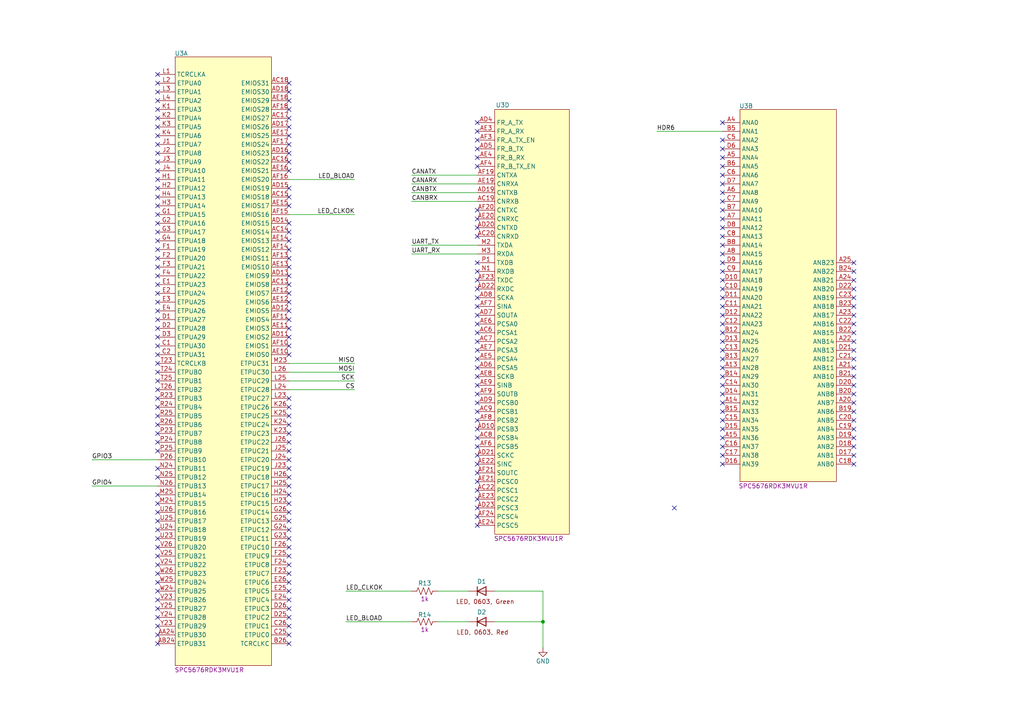
<source format=kicad_sch>
(kicad_sch (version 20231120) (generator "eeschema") (generator_version "8.0")
  (paper "A4")
  (lib_symbols
    (symbol "0603_Yageo_Res:RES_1k_0603" (pin_numbers hide)
      (property "Reference" "R" (at -20.32 5.08 0))
      (property "Display Value" "1k" (at 15.24 5.08 0))
      (symbol "RES_1k_0603_0_1"
        (polyline (pts (xy -2.286 0) (xy -2.54 0)))
        (polyline (pts (xy 2.286 0) (xy 2.54 0)))
        (polyline (pts (xy -2.286 0) (xy -1.905 1.016) (xy -1.524 0) (xy -1.143 -1.016) (xy -0.762 0)))
        (polyline (pts (xy -0.762 0) (xy -0.381 1.016) (xy 0 0) (xy 0.381 -1.016) (xy 0.762 0)))
        (polyline (pts (xy 0.762 0) (xy 1.143 1.016) (xy 1.524 0) (xy 1.905 -1.016) (xy 2.286 0)))
      )
      (symbol "RES_1k_0603_1_1"
        (pin passive line (at -3.81 0 0) (length 1.27) (name "~") (number "1"))
        (pin passive line (at 3.81 0 180) (length 1.27) (name "~") (number "2"))
      )
    )
    (symbol "power:GND" (power) (pin_numbers hide) (pin_names (offset 0) hide)
      (property "Value" "GND" (at 0 -3.81 0))
      (symbol "GND_0_1"
        (polyline (pts (xy 0 0) (xy 0 -1.27) (xy 1.27 -1.27) (xy 0 -2.54) (xy -1.27 -1.27) (xy 0 -1.27)))
      )
      (symbol "GND_1_1"
        (pin power_in line (at 0 0 270) (length 0) (name "~") (number "1"))
      )
    )
    (symbol "tutorial_2_library:APT1608SRCPRV_Green" (pin_numbers hide)
      (property "Reference" "D" (at 0 2.794 0))
      (symbol "APT1608SRCPRV_Green_0_1"
        (polyline (pts (xy -5.842 -2.286) (xy -5.842 -2.286)))
        (polyline (pts (xy -1.27 1.27) (xy -1.27 -1.27)) (stroke (width 0.254)))
        (polyline (pts (xy 1.27 0) (xy -1.27 0)))
        (polyline (pts (xy 1.27 1.27) (xy 1.27 -1.27) (xy -1.27 0) (xy 1.27 1.27)) (stroke (width 0.254)))
      )
      (symbol "APT1608SRCPRV_Green_1_1"
        (text "LED, 0603, Green\n" (at 1.016 -3.048 0) (effects (font (size 1.27 1.27))))
        (pin passive line (at -3.81 0 0) (length 2.54) (name "") (number "1"))
        (pin passive line (at 3.81 0 180) (length 2.54) (name "") (number "2"))
      )
    )
    (symbol "tutorial_2_library:APT1608SRCPRV_Red" (pin_numbers hide)
      (property "Reference" "D" (at 0 2.794 0))
      (symbol "APT1608SRCPRV_Red_0_1"
        (polyline (pts (xy -6.604 -2.286) (xy -6.604 -2.286)))
        (polyline (pts (xy -1.27 1.27) (xy -1.27 -1.27)) (stroke (width 0.254)))
        (polyline (pts (xy 1.27 0) (xy -1.27 0)))
        (polyline (pts (xy 1.27 1.27) (xy 1.27 -1.27) (xy -1.27 0) (xy 1.27 1.27)) (stroke (width 0.254)))
      )
      (symbol "APT1608SRCPRV_Red_1_1"
        (text "LED, 0603, Red" (at 0.254 -3.048 0) (effects (font (size 1.27 1.27))))
        (pin passive line (at -3.81 0 0) (length 2.54) (name "") (number "1"))
        (pin passive line (at 3.81 0 180) (length 2.54) (name "") (number "2"))
      )
    )
    (symbol "tutorial_2_library:SPC5676RDK3MVU1R"
      (property "Reference" "U" (at -350.52 10.16 0))
      (property "Display Value" "SPC5676RDK3MVU1R" (at -314.96 10.16 0))
      (symbol "SPC5676RDK3MVU1R_1_1"
        (rectangle (start -13.97 5.08) (end 13.97 -171.45) (fill (type background)))
        (pin unspecified line (at -19.05 -162.56 0) (length 5.08) (name "ETPUB30") (number "AA24"))
        (pin unspecified line (at -19.05 -165.1 0) (length 5.08) (name "ETPUB31") (number "AB24"))
        (pin unspecified line (at 19.05 -60.96 180) (length 5.08) (name "EMIOS8") (number "AC13"))
        (pin unspecified line (at 19.05 -45.72 180) (length 5.08) (name "EMIOS14") (number "AC14"))
        (pin unspecified line (at 19.05 -35.56 180) (length 5.08) (name "EMIOS18") (number "AC15"))
        (pin unspecified line (at 19.05 -25.4 180) (length 5.08) (name "EMIOS22") (number "AC16"))
        (pin unspecified line (at 19.05 -12.7 180) (length 5.08) (name "EMIOS27") (number "AC17"))
        (pin unspecified line (at 19.05 -2.54 180) (length 5.08) (name "EMIOS31") (number "AC18"))
        (pin unspecified line (at 19.05 -76.2 180) (length 5.08) (name "EMIOS2") (number "AD11"))
        (pin unspecified line (at 19.05 -68.58 180) (length 5.08) (name "EMIOS5") (number "AD12"))
        (pin unspecified line (at 19.05 -58.42 180) (length 5.08) (name "EMIOS9") (number "AD13"))
        (pin unspecified line (at 19.05 -43.18 180) (length 5.08) (name "EMIOS15") (number "AD14"))
        (pin unspecified line (at 19.05 -33.02 180) (length 5.08) (name "EMIOS19") (number "AD15"))
        (pin unspecified line (at 19.05 -22.86 180) (length 5.08) (name "EMIOS23") (number "AD16"))
        (pin unspecified line (at 19.05 -15.24 180) (length 5.08) (name "EMIOS26") (number "AD17"))
        (pin unspecified line (at 19.05 -5.08 180) (length 5.08) (name "EMIOS30") (number "AD18"))
        (pin unspecified line (at 19.05 -81.28 180) (length 5.08) (name "EMIOS0") (number "AE10"))
        (pin unspecified line (at 19.05 -73.66 180) (length 5.08) (name "EMIOS3") (number "AE11"))
        (pin unspecified line (at 19.05 -66.04 180) (length 5.08) (name "EMIOS6") (number "AE12"))
        (pin unspecified line (at 19.05 -55.88 180) (length 5.08) (name "EMIOS10") (number "AE13"))
        (pin unspecified line (at 19.05 -48.26 180) (length 5.08) (name "EMIOS13") (number "AE14"))
        (pin unspecified line (at 19.05 -38.1 180) (length 5.08) (name "EMIOS17") (number "AE15"))
        (pin unspecified line (at 19.05 -27.94 180) (length 5.08) (name "EMIOS21") (number "AE16"))
        (pin unspecified line (at 19.05 -17.78 180) (length 5.08) (name "EMIOS25") (number "AE17"))
        (pin unspecified line (at 19.05 -7.62 180) (length 5.08) (name "EMIOS29") (number "AE18"))
        (pin unspecified line (at 19.05 -78.74 180) (length 5.08) (name "EMIOS1") (number "AF10"))
        (pin unspecified line (at 19.05 -71.12 180) (length 5.08) (name "EMIOS4") (number "AF11"))
        (pin unspecified line (at 19.05 -63.5 180) (length 5.08) (name "EMIOS7") (number "AF12"))
        (pin unspecified line (at 19.05 -53.34 180) (length 5.08) (name "EMIOS11") (number "AF13"))
        (pin unspecified line (at 19.05 -50.8 180) (length 5.08) (name "EMIOS12") (number "AF14"))
        (pin unspecified line (at 19.05 -40.64 180) (length 5.08) (name "EMIOS16") (number "AF15"))
        (pin unspecified line (at 19.05 -30.48 180) (length 5.08) (name "EMIOS20") (number "AF16"))
        (pin unspecified line (at 19.05 -20.32 180) (length 5.08) (name "EMIOS24") (number "AF17"))
        (pin unspecified line (at 19.05 -10.16 180) (length 5.08) (name "EMIOS28") (number "AF18"))
        (pin unspecified line (at 19.05 -165.1 180) (length 5.08) (name "TCRCLKC") (number "B26"))
        (pin unspecified line (at -19.05 -78.74 0) (length 5.08) (name "ETPUA30") (number "C1"))
        (pin unspecified line (at -19.05 -81.28 0) (length 5.08) (name "ETPUA31") (number "C2"))
        (pin unspecified line (at 19.05 -162.56 180) (length 5.08) (name "ETPUC0") (number "C25"))
        (pin unspecified line (at 19.05 -160.02 180) (length 5.08) (name "ETPUC1") (number "C26"))
        (pin unspecified line (at -19.05 -71.12 0) (length 5.08) (name "ETPUA27") (number "D1"))
        (pin unspecified line (at -19.05 -73.66 0) (length 5.08) (name "ETPUA28") (number "D2"))
        (pin unspecified line (at 19.05 -157.48 180) (length 5.08) (name "ETPUC2") (number "D25"))
        (pin unspecified line (at 19.05 -154.94 180) (length 5.08) (name "ETPUC3") (number "D26"))
        (pin unspecified line (at -19.05 -76.2 0) (length 5.08) (name "ETPUA29") (number "D3"))
        (pin unspecified line (at -19.05 -60.96 0) (length 5.08) (name "ETPUA23") (number "E1"))
        (pin unspecified line (at -19.05 -63.5 0) (length 5.08) (name "ETPUA24") (number "E2"))
        (pin unspecified line (at 19.05 -152.4 180) (length 5.08) (name "ETPUC4") (number "E24"))
        (pin unspecified line (at 19.05 -149.86 180) (length 5.08) (name "ETPUC5") (number "E25"))
        (pin unspecified line (at 19.05 -147.32 180) (length 5.08) (name "ETPUC6") (number "E26"))
        (pin unspecified line (at -19.05 -66.04 0) (length 5.08) (name "ETPUA25") (number "E3"))
        (pin unspecified line (at -19.05 -68.58 0) (length 5.08) (name "ETPUA26") (number "E4"))
        (pin unspecified line (at -19.05 -50.8 0) (length 5.08) (name "ETPUA19") (number "F1"))
        (pin unspecified line (at -19.05 -53.34 0) (length 5.08) (name "ETPUA20") (number "F2"))
        (pin unspecified line (at 19.05 -144.78 180) (length 5.08) (name "ETPUC7") (number "F23"))
        (pin unspecified line (at 19.05 -142.24 180) (length 5.08) (name "ETPUC8") (number "F24"))
        (pin unspecified line (at 19.05 -139.7 180) (length 5.08) (name "ETPUC9") (number "F25"))
        (pin unspecified line (at 19.05 -137.16 180) (length 5.08) (name "ETPUC10") (number "F26"))
        (pin unspecified line (at -19.05 -55.88 0) (length 5.08) (name "ETPUA21") (number "F3"))
        (pin unspecified line (at -19.05 -58.42 0) (length 5.08) (name "ETPUA22") (number "F4"))
        (pin unspecified line (at -19.05 -40.64 0) (length 5.08) (name "ETPUA15") (number "G1"))
        (pin unspecified line (at -19.05 -43.18 0) (length 5.08) (name "ETPUA16") (number "G2"))
        (pin unspecified line (at 19.05 -134.62 180) (length 5.08) (name "ETPUC11") (number "G23"))
        (pin unspecified line (at 19.05 -132.08 180) (length 5.08) (name "ETPUC12") (number "G24"))
        (pin unspecified line (at 19.05 -129.54 180) (length 5.08) (name "ETPUC13") (number "G25"))
        (pin unspecified line (at 19.05 -127 180) (length 5.08) (name "ETPUC14") (number "G26"))
        (pin unspecified line (at -19.05 -45.72 0) (length 5.08) (name "ETPUA17") (number "G3"))
        (pin unspecified line (at -19.05 -48.26 0) (length 5.08) (name "ETPUA18") (number "G4"))
        (pin unspecified line (at -19.05 -30.48 0) (length 5.08) (name "ETPUA11") (number "H1"))
        (pin unspecified line (at -19.05 -33.02 0) (length 5.08) (name "ETPUA12") (number "H2"))
        (pin unspecified line (at 19.05 -124.46 180) (length 5.08) (name "ETPUC15") (number "H23"))
        (pin unspecified line (at 19.05 -121.92 180) (length 5.08) (name "ETPUC16") (number "H24"))
        (pin unspecified line (at 19.05 -119.38 180) (length 5.08) (name "ETPUC17") (number "H25"))
        (pin unspecified line (at 19.05 -116.84 180) (length 5.08) (name "ETPUC18") (number "H26"))
        (pin unspecified line (at -19.05 -38.1 0) (length 5.08) (name "ETPUA14") (number "H3"))
        (pin unspecified line (at -19.05 -35.56 0) (length 5.08) (name "ETPUA13") (number "H4"))
        (pin unspecified line (at -19.05 -20.32 0) (length 5.08) (name "ETPUA7") (number "J1"))
        (pin unspecified line (at -19.05 -22.86 0) (length 5.08) (name "ETPUA8") (number "J2"))
        (pin unspecified line (at 19.05 -114.3 180) (length 5.08) (name "ETPUC19") (number "J23"))
        (pin unspecified line (at 19.05 -111.76 180) (length 5.08) (name "ETPUC20") (number "J24"))
        (pin unspecified line (at 19.05 -109.22 180) (length 5.08) (name "ETPUC21") (number "J25"))
        (pin unspecified line (at 19.05 -106.68 180) (length 5.08) (name "ETPUC22") (number "J26"))
        (pin unspecified line (at -19.05 -25.4 0) (length 5.08) (name "ETPUA9") (number "J3"))
        (pin unspecified line (at -19.05 -27.94 0) (length 5.08) (name "ETPUA10") (number "J4"))
        (pin unspecified line (at -19.05 -10.16 0) (length 5.08) (name "ETPUA3") (number "K1"))
        (pin unspecified line (at -19.05 -12.7 0) (length 5.08) (name "ETPUA4") (number "K2"))
        (pin unspecified line (at 19.05 -104.14 180) (length 5.08) (name "ETPUC23") (number "K23"))
        (pin unspecified line (at 19.05 -101.6 180) (length 5.08) (name "ETPUC24") (number "K24"))
        (pin unspecified line (at 19.05 -99.06 180) (length 5.08) (name "ETPUC25") (number "K25"))
        (pin unspecified line (at 19.05 -96.52 180) (length 5.08) (name "ETPUC26") (number "K26"))
        (pin unspecified line (at -19.05 -15.24 0) (length 5.08) (name "ETPUA5") (number "K3"))
        (pin unspecified line (at -19.05 -17.78 0) (length 5.08) (name "ETPUA6") (number "K4"))
        (pin unspecified line (at -19.05 0 0) (length 5.08) (name "TCRCLKA") (number "L1"))
        (pin unspecified line (at -19.05 -2.54 0) (length 5.08) (name "ETPUA0") (number "L2"))
        (pin unspecified line (at 19.05 -93.98 180) (length 5.08) (name "ETPUC27") (number "L23"))
        (pin unspecified line (at 19.05 -91.44 180) (length 5.08) (name "ETPUC28") (number "L24"))
        (pin unspecified line (at 19.05 -88.9 180) (length 5.08) (name "ETPUC29") (number "L25"))
        (pin unspecified line (at 19.05 -86.36 180) (length 5.08) (name "ETPUC30") (number "L26"))
        (pin unspecified line (at -19.05 -5.08 0) (length 5.08) (name "ETPUA1") (number "L3"))
        (pin unspecified line (at -19.05 -7.62 0) (length 5.08) (name "ETPUA2") (number "L4"))
        (pin unspecified line (at 19.05 -83.82 180) (length 5.08) (name "ETPUC31") (number "M23"))
        (pin unspecified line (at -19.05 -124.46 0) (length 5.08) (name "ETPUB15") (number "M24"))
        (pin unspecified line (at -19.05 -121.92 0) (length 5.08) (name "ETPUB14") (number "M25"))
        (pin unspecified line (at -19.05 -114.3 0) (length 5.08) (name "ETPUB11") (number "N24"))
        (pin unspecified line (at -19.05 -116.84 0) (length 5.08) (name "ETPUB12") (number "N25"))
        (pin unspecified line (at -19.05 -119.38 0) (length 5.08) (name "ETPUB13") (number "N26"))
        (pin unspecified line (at -19.05 -104.14 0) (length 5.08) (name "ETPUB7") (number "P23"))
        (pin unspecified line (at -19.05 -106.68 0) (length 5.08) (name "ETPUB8") (number "P24"))
        (pin unspecified line (at -19.05 -109.22 0) (length 5.08) (name "ETPUB9") (number "P25"))
        (pin unspecified line (at -19.05 -111.76 0) (length 5.08) (name "ETPUB10") (number "P26"))
        (pin unspecified line (at -19.05 -93.98 0) (length 5.08) (name "ETPUB3") (number "R23"))
        (pin unspecified line (at -19.05 -96.52 0) (length 5.08) (name "ETPUB4") (number "R24"))
        (pin unspecified line (at -19.05 -99.06 0) (length 5.08) (name "ETPUB5") (number "R25"))
        (pin unspecified line (at -19.05 -101.6 0) (length 5.08) (name "ETPUB6") (number "R26"))
        (pin unspecified line (at -19.05 -83.82 0) (length 5.08) (name "TCRCLKB") (number "T23"))
        (pin unspecified line (at -19.05 -86.36 0) (length 5.08) (name "ETPUB0") (number "T24"))
        (pin unspecified line (at -19.05 -88.9 0) (length 5.08) (name "ETPUB1") (number "T25"))
        (pin unspecified line (at -19.05 -91.44 0) (length 5.08) (name "ETPUB2") (number "T26"))
        (pin unspecified line (at -19.05 -134.62 0) (length 5.08) (name "ETPUB19") (number "U23"))
        (pin unspecified line (at -19.05 -132.08 0) (length 5.08) (name "ETPUB18") (number "U24"))
        (pin unspecified line (at -19.05 -129.54 0) (length 5.08) (name "ETPUB17") (number "U25"))
        (pin unspecified line (at -19.05 -127 0) (length 5.08) (name "ETPUB16") (number "U26"))
        (pin unspecified line (at -19.05 -152.4 0) (length 5.08) (name "ETPUB26") (number "V23"))
        (pin unspecified line (at -19.05 -142.24 0) (length 5.08) (name "ETPUB22") (number "V24"))
        (pin unspecified line (at -19.05 -139.7 0) (length 5.08) (name "ETPUB21") (number "V25"))
        (pin unspecified line (at -19.05 -137.16 0) (length 5.08) (name "ETPUB20") (number "V26"))
        (pin unspecified line (at -19.05 -149.86 0) (length 5.08) (name "ETPUB25") (number "W24"))
        (pin unspecified line (at -19.05 -147.32 0) (length 5.08) (name "ETPUB24") (number "W25"))
        (pin unspecified line (at -19.05 -144.78 0) (length 5.08) (name "ETPUB23") (number "W26"))
        (pin unspecified line (at -19.05 -160.02 0) (length 5.08) (name "ETPUB29") (number "Y23"))
        (pin unspecified line (at -19.05 -157.48 0) (length 5.08) (name "ETPUB28") (number "Y24"))
        (pin unspecified line (at -19.05 -154.94 0) (length 5.08) (name "ETPUB27") (number "Y25"))
      )
      (symbol "SPC5676RDK3MVU1R_2_1"
        (rectangle (start -13.97 3.81) (end 13.97 -104.14) (fill (type background)))
        (pin unspecified line (at -19.05 -71.12 0) (length 5.08) (name "AN28") (number "A13"))
        (pin unspecified line (at -19.05 -81.28 0) (length 5.08) (name "AN32") (number "A14"))
        (pin unspecified line (at -19.05 -91.44 0) (length 5.08) (name "AN36") (number "A15"))
        (pin unspecified line (at 19.05 -81.28 180) (length 5.08) (name "ANB7") (number "A20"))
        (pin unspecified line (at 19.05 -71.12 180) (length 5.08) (name "ANB11") (number "A21"))
        (pin unspecified line (at 19.05 -63.5 180) (length 5.08) (name "ANB14") (number "A22"))
        (pin unspecified line (at 19.05 -55.88 180) (length 5.08) (name "ANB17") (number "A23"))
        (pin unspecified line (at 19.05 -45.72 180) (length 5.08) (name "ANB21") (number "A24"))
        (pin unspecified line (at 19.05 -40.64 180) (length 5.08) (name "ANB23") (number "A25"))
        (pin unspecified line (at -19.05 0 0) (length 5.08) (name "ANA0") (number "A4"))
        (pin unspecified line (at -19.05 -10.16 0) (length 5.08) (name "ANA4") (number "A5"))
        (pin unspecified line (at -19.05 -20.32 0) (length 5.08) (name "ANA8") (number "A6"))
        (pin unspecified line (at -19.05 -27.94 0) (length 5.08) (name "ANA11") (number "A7"))
        (pin unspecified line (at -19.05 -38.1 0) (length 5.08) (name "ANA15") (number "A8"))
        (pin unspecified line (at -19.05 -60.96 0) (length 5.08) (name "AN24") (number "B12"))
        (pin unspecified line (at -19.05 -68.58 0) (length 5.08) (name "AN27") (number "B13"))
        (pin unspecified line (at -19.05 -73.66 0) (length 5.08) (name "AN29") (number "B14"))
        (pin unspecified line (at -19.05 -83.82 0) (length 5.08) (name "AN33") (number "B15"))
        (pin unspecified line (at 19.05 -83.82 180) (length 5.08) (name "ANB6") (number "B19"))
        (pin unspecified line (at 19.05 -78.74 180) (length 5.08) (name "ANB8") (number "B20"))
        (pin unspecified line (at 19.05 -73.66 180) (length 5.08) (name "ANB10") (number "B21"))
        (pin unspecified line (at 19.05 -60.96 180) (length 5.08) (name "ANB15") (number "B22"))
        (pin unspecified line (at 19.05 -53.34 180) (length 5.08) (name "ANB18") (number "B23"))
        (pin unspecified line (at 19.05 -43.18 180) (length 5.08) (name "ANB22") (number "B24"))
        (pin unspecified line (at -19.05 -2.54 0) (length 5.08) (name "ANA1") (number "B5"))
        (pin unspecified line (at -19.05 -12.7 0) (length 5.08) (name "ANA5") (number "B6"))
        (pin unspecified line (at -19.05 -25.4 0) (length 5.08) (name "ANA10") (number "B7"))
        (pin unspecified line (at -19.05 -35.56 0) (length 5.08) (name "ANA14") (number "B8"))
        (pin unspecified line (at -19.05 -48.26 0) (length 5.08) (name "ANA19") (number "C10"))
        (pin unspecified line (at -19.05 -53.34 0) (length 5.08) (name "ANA21") (number "C11"))
        (pin unspecified line (at -19.05 -58.42 0) (length 5.08) (name "ANA23") (number "C12"))
        (pin unspecified line (at -19.05 -66.04 0) (length 5.08) (name "AN26") (number "C13"))
        (pin unspecified line (at -19.05 -76.2 0) (length 5.08) (name "AN30") (number "C14"))
        (pin unspecified line (at -19.05 -86.36 0) (length 5.08) (name "AN34") (number "C15"))
        (pin unspecified line (at -19.05 -93.98 0) (length 5.08) (name "AN37") (number "C16"))
        (pin unspecified line (at -19.05 -96.52 0) (length 5.08) (name "AN38") (number "C17"))
        (pin unspecified line (at 19.05 -99.06 180) (length 5.08) (name "ANB0") (number "C18"))
        (pin unspecified line (at 19.05 -88.9 180) (length 5.08) (name "ANB4") (number "C19"))
        (pin unspecified line (at 19.05 -86.36 180) (length 5.08) (name "ANB5") (number "C20"))
        (pin unspecified line (at 19.05 -68.58 180) (length 5.08) (name "ANB12") (number "C21"))
        (pin unspecified line (at 19.05 -58.42 180) (length 5.08) (name "ANB16") (number "C22"))
        (pin unspecified line (at 19.05 -50.8 180) (length 5.08) (name "ANB19") (number "C23"))
        (pin unspecified line (at -19.05 -5.08 0) (length 5.08) (name "ANA2") (number "C5"))
        (pin unspecified line (at -19.05 -15.24 0) (length 5.08) (name "ANA6") (number "C6"))
        (pin unspecified line (at -19.05 -22.86 0) (length 5.08) (name "ANA9") (number "C7"))
        (pin unspecified line (at -19.05 -33.02 0) (length 5.08) (name "ANA13") (number "C8"))
        (pin unspecified line (at -19.05 -43.18 0) (length 5.08) (name "ANA17") (number "C9"))
        (pin unspecified line (at -19.05 -45.72 0) (length 5.08) (name "ANA18") (number "D10"))
        (pin unspecified line (at -19.05 -50.8 0) (length 5.08) (name "ANA20") (number "D11"))
        (pin unspecified line (at -19.05 -55.88 0) (length 5.08) (name "ANA22") (number "D12"))
        (pin unspecified line (at -19.05 -63.5 0) (length 5.08) (name "AN25") (number "D13"))
        (pin unspecified line (at -19.05 -78.74 0) (length 5.08) (name "AN31") (number "D14"))
        (pin unspecified line (at -19.05 -88.9 0) (length 5.08) (name "AN35") (number "D15"))
        (pin unspecified line (at -19.05 -99.06 0) (length 5.08) (name "AN39") (number "D16"))
        (pin unspecified line (at 19.05 -96.52 180) (length 5.08) (name "ANB1") (number "D17"))
        (pin unspecified line (at 19.05 -93.98 180) (length 5.08) (name "ANB2") (number "D18"))
        (pin unspecified line (at 19.05 -91.44 180) (length 5.08) (name "ANB3") (number "D19"))
        (pin unspecified line (at 19.05 -76.2 180) (length 5.08) (name "ANB9") (number "D20"))
        (pin unspecified line (at 19.05 -66.04 180) (length 5.08) (name "ANB13") (number "D21"))
        (pin unspecified line (at 19.05 -48.26 180) (length 5.08) (name "ANB20") (number "D22"))
        (pin unspecified line (at -19.05 -7.62 0) (length 5.08) (name "ANA3") (number "D6"))
        (pin unspecified line (at -19.05 -17.78 0) (length 5.08) (name "ANA7") (number "D7"))
        (pin unspecified line (at -19.05 -30.48 0) (length 5.08) (name "ANA12") (number "D8"))
        (pin unspecified line (at -19.05 -40.64 0) (length 5.08) (name "ANA16") (number "D9"))
      )
      (symbol "SPC5676RDK3MVU1R_3_1"
        (rectangle (start -13.97 5.08) (end 13.97 -43.18) (fill (type background)))
        (pin unspecified line (at 19.05 -33.02 180) (length 5.08) (name "REF-BYPCA1") (number "A10"))
        (pin unspecified line (at -19.05 -2.54 0) (length 5.08) (name "VRL_A") (number "A11"))
        (pin unspecified line (at -19.05 0 0) (length 5.08) (name "VRH_A") (number "A12"))
        (pin unspecified line (at 19.05 -15.24 180) (length 5.08) (name "VDDA_B0") (number "A16"))
        (pin unspecified line (at 19.05 -35.56 180) (length 5.08) (name "REF-BYPCB1") (number "A17"))
        (pin unspecified line (at -19.05 -7.62 0) (length 5.08) (name "VRL_B") (number "A18"))
        (pin unspecified line (at -19.05 -5.08 0) (length 5.08) (name "VRH_B") (number "A19"))
        (pin unspecified line (at 19.05 -7.62 180) (length 5.08) (name "VDDA_A0") (number "A9"))
        (pin unspecified line (at -19.05 -25.4 0) (length 5.08) (name "VDDREG") (number "AA25"))
        (pin unspecified line (at -19.05 -33.02 0) (length 5.08) (name "VSSSYN") (number "AA26"))
        (pin unspecified line (at -19.05 -38.1 0) (length 5.08) (name "VSSFL") (number "AB25"))
        (pin unspecified line (at -19.05 -30.48 0) (length 5.08) (name "VDDSYN") (number "AD26"))
        (pin unspecified line (at 19.05 -25.4 180) (length 5.08) (name "VSSA_A1") (number "B10"))
        (pin unspecified line (at 19.05 -30.48 180) (length 5.08) (name "REF-BYPCA") (number "B11"))
        (pin unspecified line (at 19.05 -17.78 180) (length 5.08) (name "VDDA_B1") (number "B16"))
        (pin unspecified line (at 19.05 -22.86 180) (length 5.08) (name "VSSA_B0") (number "B17"))
        (pin unspecified line (at 19.05 -38.1 180) (length 5.08) (name "REF-BYPCB") (number "B18"))
        (pin unspecified line (at 19.05 -10.16 180) (length 5.08) (name "VDDA_A1") (number "B9"))
        (pin unspecified line (at -19.05 -12.7 0) (length 5.08) (name "VSTBY") (number "M4"))
        (pin unspecified line (at -19.05 -17.78 0) (length 5.08) (name "REGSEL") (number "W23"))
        (pin unspecified line (at -19.05 -20.32 0) (length 5.08) (name "REGCTL") (number "Y26"))
      )
      (symbol "SPC5676RDK3MVU1R_4_1"
        (rectangle (start 0 3.81) (end 21.59 -119.38) (fill (type background)))
        (pin unspecified line (at -5.08 -22.86 0) (length 5.08) (name "CNRXB") (number "AC19"))
        (pin unspecified line (at -5.08 -33.02 0) (length 5.08) (name "CNRXD") (number "AC20"))
        (pin unspecified line (at -5.08 -106.68 0) (length 5.08) (name "PCSC1") (number "AC22"))
        (pin unspecified line (at -5.08 -60.96 0) (length 5.08) (name "PCSA1") (number "AC6"))
        (pin unspecified line (at -5.08 -63.5 0) (length 5.08) (name "PCSA2") (number "AC7"))
        (pin unspecified line (at -5.08 -91.44 0) (length 5.08) (name "PCSB4") (number "AC8"))
        (pin unspecified line (at -5.08 -83.82 0) (length 5.08) (name "PCSB1") (number "AC9"))
        (pin unspecified line (at -5.08 -88.9 0) (length 5.08) (name "PCSB3") (number "AD10"))
        (pin unspecified line (at -5.08 -20.32 0) (length 5.08) (name "CNTXB") (number "AD19"))
        (pin unspecified line (at -5.08 -30.48 0) (length 5.08) (name "CNTXD") (number "AD20"))
        (pin unspecified line (at -5.08 -96.52 0) (length 5.08) (name "SCKC") (number "AD21"))
        (pin unspecified line (at -5.08 -48.26 0) (length 5.08) (name "RXDC") (number "AD22"))
        (pin unspecified line (at -5.08 -111.76 0) (length 5.08) (name "PCSC3") (number "AD23"))
        (pin unspecified line (at -5.08 0 0) (length 5.08) (name "FR_A_TX") (number "AD4"))
        (pin unspecified line (at -5.08 -7.62 0) (length 5.08) (name "FR_B_TX") (number "AD5"))
        (pin unspecified line (at -5.08 -71.12 0) (length 5.08) (name "PCSA5") (number "AD6"))
        (pin unspecified line (at -5.08 -55.88 0) (length 5.08) (name "SOUTA") (number "AD7"))
        (pin unspecified line (at -5.08 -50.8 0) (length 5.08) (name "SCKA") (number "AD8"))
        (pin unspecified line (at -5.08 -81.28 0) (length 5.08) (name "PCSB0") (number "AD9"))
        (pin unspecified line (at -5.08 -17.78 0) (length 5.08) (name "CNRXA") (number "AE19"))
        (pin unspecified line (at -5.08 -27.94 0) (length 5.08) (name "CNRXC") (number "AE20"))
        (pin unspecified line (at -5.08 -104.14 0) (length 5.08) (name "PCSC0") (number "AE21"))
        (pin unspecified line (at -5.08 -99.06 0) (length 5.08) (name "SINC") (number "AE22"))
        (pin unspecified line (at -5.08 -109.22 0) (length 5.08) (name "PCSC2") (number "AE23"))
        (pin unspecified line (at -5.08 -116.84 0) (length 5.08) (name "PCSC5") (number "AE24"))
        (pin unspecified line (at -5.08 -2.54 0) (length 5.08) (name "FR_A_RX") (number "AE3"))
        (pin unspecified line (at -5.08 -10.16 0) (length 5.08) (name "FR_B_RX") (number "AE4"))
        (pin unspecified line (at -5.08 -68.58 0) (length 5.08) (name "PCSA4") (number "AE5"))
        (pin unspecified line (at -5.08 -58.42 0) (length 5.08) (name "PCSA0") (number "AE6"))
        (pin unspecified line (at -5.08 -66.04 0) (length 5.08) (name "PCSA3") (number "AE7"))
        (pin unspecified line (at -5.08 -73.66 0) (length 5.08) (name "SCKB") (number "AE8"))
        (pin unspecified line (at -5.08 -76.2 0) (length 5.08) (name "SINB") (number "AE9"))
        (pin unspecified line (at -5.08 -15.24 0) (length 5.08) (name "CNTXA") (number "AF19"))
        (pin unspecified line (at -5.08 -25.4 0) (length 5.08) (name "CNTXC") (number "AF20"))
        (pin unspecified line (at -5.08 -101.6 0) (length 5.08) (name "SOUTC") (number "AF21"))
        (pin unspecified line (at -5.08 -45.72 0) (length 5.08) (name "TXDC") (number "AF23"))
        (pin unspecified line (at -5.08 -114.3 0) (length 5.08) (name "PCSC4") (number "AF24"))
        (pin unspecified line (at -5.08 -5.08 0) (length 5.08) (name "FR_A_TX_EN") (number "AF3"))
        (pin unspecified line (at -5.08 -12.7 0) (length 5.08) (name "FR_B_TX_EN") (number "AF4"))
        (pin unspecified line (at -5.08 -93.98 0) (length 5.08) (name "PCSB5") (number "AF6"))
        (pin unspecified line (at -5.08 -53.34 0) (length 5.08) (name "SINA") (number "AF7"))
        (pin unspecified line (at -5.08 -86.36 0) (length 5.08) (name "PCSB2") (number "AF8"))
        (pin unspecified line (at -5.08 -78.74 0) (length 5.08) (name "SOUTB") (number "AF9"))
        (pin unspecified line (at -5.08 -35.56 0) (length 5.08) (name "TXDA") (number "M2"))
        (pin unspecified line (at -5.08 -38.1 0) (length 5.08) (name "RXDA") (number "M3"))
        (pin unspecified line (at -5.08 -43.18 0) (length 5.08) (name "RXDB") (number "N1"))
        (pin unspecified line (at -5.08 -40.64 0) (length 5.08) (name "TXDB") (number "P1"))
      )
      (symbol "SPC5676RDK3MVU1R_5_1"
        (rectangle (start 0 5.08) (end 24.13 -106.68) (fill (type background)))
        (pin unspecified line (at -5.08 -2.54 0) (length 5.08) (name "RSTOUT") (number "A3"))
        (pin unspecified line (at -5.08 -69.85 0) (length 5.08) (name "MDO12") (number "AA1"))
        (pin unspecified line (at -5.08 -72.39 0) (length 5.08) (name "MDO13") (number "AA2"))
        (pin unspecified line (at -5.08 -74.93 0) (length 5.08) (name "MDO14") (number "AA3"))
        (pin unspecified line (at -5.08 -92.71 0) (length 5.08) (name "TDO") (number "AB1"))
        (pin unspecified line (at -5.08 -87.63 0) (length 5.08) (name "TCK") (number "AB2"))
        (pin unspecified line (at -5.08 -22.86 0) (length 5.08) (name "EXTAL") (number "AB26"))
        (pin unspecified line (at -5.08 -95.25 0) (length 5.08) (name "TMS") (number "AB3"))
        (pin unspecified line (at -5.08 -90.17 0) (length 5.08) (name "TDI") (number "AC2"))
        (pin unspecified line (at -5.08 -20.32 0) (length 5.08) (name "XTAL") (number "AC26"))
        (pin unspecified line (at -5.08 -29.21 0) (length 5.08) (name "ENGCLK") (number "AD1"))
        (pin unspecified line (at -5.08 -100.33 0) (length 5.08) (name "TEST") (number "B4"))
        (pin unspecified line (at -5.08 -5.08 0) (length 5.08) (name "BOOT-CFG1") (number "N2"))
        (pin unspecified line (at -5.08 -10.16 0) (length 5.08) (name "WKPCFG") (number "N3"))
        (pin unspecified line (at -5.08 -15.24 0) (length 5.08) (name "PLLCFG1") (number "P2"))
        (pin unspecified line (at -5.08 -17.78 0) (length 5.08) (name "PLLCFG2") (number "P3"))
        (pin unspecified line (at -5.08 -97.79 0) (length 5.08) (name "JCOMP") (number "R1"))
        (pin unspecified line (at -5.08 0 0) (length 5.08) (name "RESET") (number "R2"))
        (pin unspecified line (at -5.08 -12.7 0) (length 5.08) (name "PLLCFG0") (number "R3"))
        (pin unspecified line (at -5.08 -85.09 0) (length 5.08) (name "RDY") (number "R4"))
        (pin unspecified line (at -5.08 -36.83 0) (length 5.08) (name "MCKO") (number "T2"))
        (pin unspecified line (at -5.08 -82.55 0) (length 5.08) (name "MSEO1") (number "T3"))
        (pin unspecified line (at -5.08 -31.75 0) (length 5.08) (name "EVTI") (number "T4"))
        (pin unspecified line (at -5.08 -34.29 0) (length 5.08) (name "EVTO") (number "U1"))
        (pin unspecified line (at -5.08 -80.01 0) (length 5.08) (name "MSEO0") (number "U2"))
        (pin unspecified line (at -5.08 -39.37 0) (length 5.08) (name "MDO0") (number "U3"))
        (pin unspecified line (at -5.08 -41.91 0) (length 5.08) (name "MDO1") (number "U4"))
        (pin unspecified line (at -5.08 -44.45 0) (length 5.08) (name "MDO2") (number "V1"))
        (pin unspecified line (at -5.08 -46.99 0) (length 5.08) (name "MDO3") (number "V2"))
        (pin unspecified line (at -5.08 -49.53 0) (length 5.08) (name "MDO4") (number "V3"))
        (pin unspecified line (at -5.08 -52.07 0) (length 5.08) (name "MDO5") (number "V4"))
        (pin unspecified line (at -5.08 -54.61 0) (length 5.08) (name "MDO6") (number "W1"))
        (pin unspecified line (at -5.08 -57.15 0) (length 5.08) (name "MDO7") (number "W2"))
        (pin unspecified line (at -5.08 -59.69 0) (length 5.08) (name "MDO8") (number "W3"))
        (pin unspecified line (at -5.08 -62.23 0) (length 5.08) (name "MDO9") (number "Y1"))
        (pin unspecified line (at -5.08 -64.77 0) (length 5.08) (name "MDO10") (number "Y2"))
        (pin unspecified line (at -5.08 -67.31 0) (length 5.08) (name "MDO11") (number "Y3"))
        (pin unspecified line (at -5.08 -77.47 0) (length 5.08) (name "MDO15") (number "Y4"))
      )
      (symbol "SPC5676RDK3MVU1R_6_1"
        (rectangle (start -13.97 5.08) (end 13.97 -157.48) (fill (type background)))
        (pin unspecified line (at -19.05 -132.08 0) (length 5.08) (name "VSS") (number "A1"))
        (pin unspecified line (at -19.05 0 0) (length 5.08) (name "VDD") (number "A2"))
        (pin unspecified line (at -19.05 -142.24 0) (length 5.08) (name "VSS") (number "A26"))
        (pin unspecified line (at -19.05 -44.45 0) (length 5.08) (name "VDD33_3") (number "AA23"))
        (pin unspecified line (at -19.05 -41.91 0) (length 5.08) (name "VDD33_2") (number "AA4"))
        (pin unspecified line (at -19.05 -10.16 0) (length 5.08) (name "VDD") (number "AB23"))
        (pin unspecified line (at -19.05 -22.86 0) (length 5.08) (name "VDD") (number "AB4"))
        (pin unspecified line (at -19.05 -60.96 0) (length 5.08) (name "VDDE2") (number "AC1"))
        (pin unspecified line (at -19.05 -100.33 0) (length 5.08) (name "VDDEH3") (number "AC10"))
        (pin unspecified line (at -19.05 -107.95 0) (length 5.08) (name "VDDEH4") (number "AC11"))
        (pin unspecified line (at -19.05 -20.32 0) (length 5.08) (name "VDD") (number "AC12"))
        (pin unspecified line (at -19.05 -113.03 0) (length 5.08) (name "VDDEH5") (number "AC21"))
        (pin unspecified line (at 19.05 -152.4 180) (length 5.08) (name "VSS") (number "AC23"))
        (pin unspecified line (at -19.05 -12.7 0) (length 5.08) (name "VDD") (number "AC24"))
        (pin unspecified line (at -19.05 -118.11 0) (length 5.08) (name "VDDEH6") (number "AC25"))
        (pin unspecified line (at -19.05 -25.4 0) (length 5.08) (name "VDD") (number "AC3"))
        (pin unspecified line (at 19.05 -134.62 180) (length 5.08) (name "VSS") (number "AC4"))
        (pin unspecified line (at -19.05 -55.88 0) (length 5.08) (name "VDDE2") (number "AC5"))
        (pin unspecified line (at -19.05 -27.94 0) (length 5.08) (name "VDD") (number "AD2"))
        (pin unspecified line (at 19.05 -149.86 180) (length 5.08) (name "VSS") (number "AD24"))
        (pin unspecified line (at -19.05 -15.24 0) (length 5.08) (name "VDD") (number "AD25"))
        (pin unspecified line (at 19.05 -137.16 180) (length 5.08) (name "VSS") (number "AD3"))
        (pin unspecified line (at -19.05 -30.48 0) (length 5.08) (name "VDD") (number "AE1"))
        (pin unspecified line (at 19.05 -139.7 180) (length 5.08) (name "VSS") (number "AE2"))
        (pin unspecified line (at 19.05 -147.32 180) (length 5.08) (name "VSS") (number "AE25"))
        (pin unspecified line (at -19.05 -17.78 0) (length 5.08) (name "VDD") (number "AE26"))
        (pin unspecified line (at 19.05 -142.24 180) (length 5.08) (name "VSS") (number "AF1"))
        (pin unspecified line (at -19.05 -58.42 0) (length 5.08) (name "VDDE2") (number "AF2"))
        (pin unspecified line (at -19.05 -105.41 0) (length 5.08) (name "VDDEH4") (number "AF22"))
        (pin unspecified line (at -19.05 -110.49 0) (length 5.08) (name "VDDEH5") (number "AF25"))
        (pin unspecified line (at 19.05 -144.78 180) (length 5.08) (name "VSS") (number "AF26"))
        (pin unspecified line (at -19.05 -102.87 0) (length 5.08) (name "VDDEH3") (number "AF5"))
        (pin unspecified line (at -19.05 -97.79 0) (length 5.08) (name "VDDEH1") (number "B1"))
        (pin unspecified line (at -19.05 -134.62 0) (length 5.08) (name "VSS") (number "B2"))
        (pin unspecified line (at -19.05 -144.78 0) (length 5.08) (name "VSS") (number "B25"))
        (pin unspecified line (at -19.05 -2.54 0) (length 5.08) (name "VDD") (number "B3"))
        (pin unspecified line (at -19.05 -147.32 0) (length 5.08) (name "VSS") (number "C24"))
        (pin unspecified line (at -19.05 -137.16 0) (length 5.08) (name "VSS") (number "C3"))
        (pin unspecified line (at -19.05 -5.08 0) (length 5.08) (name "VDD") (number "C4"))
        (pin unspecified line (at -19.05 -149.86 0) (length 5.08) (name "VSS") (number "D23"))
        (pin unspecified line (at -19.05 -120.65 0) (length 5.08) (name "VDDEH7") (number "D24"))
        (pin unspecified line (at -19.05 -139.7 0) (length 5.08) (name "VSS") (number "D4"))
        (pin unspecified line (at -19.05 -7.62 0) (length 5.08) (name "VDD") (number "D5"))
        (pin unspecified line (at -19.05 -123.19 0) (length 5.08) (name "VDDEH7") (number "E23"))
        (pin unspecified line (at 19.05 0 180) (length 5.08) (name "VSS") (number "K10"))
        (pin unspecified line (at 19.05 -2.54 180) (length 5.08) (name "VSS") (number "K11"))
        (pin unspecified line (at 19.05 -5.08 180) (length 5.08) (name "VSS") (number "K12"))
        (pin unspecified line (at 19.05 -7.62 180) (length 5.08) (name "VSS") (number "K13"))
        (pin unspecified line (at 19.05 -10.16 180) (length 5.08) (name "VSS") (number "K14"))
        (pin unspecified line (at 19.05 -12.7 180) (length 5.08) (name "VSS") (number "K15"))
        (pin unspecified line (at 19.05 -15.24 180) (length 5.08) (name "VSS") (number "K16"))
        (pin unspecified line (at 19.05 -17.78 180) (length 5.08) (name "VSS") (number "K17"))
        (pin unspecified line (at 19.05 -20.32 180) (length 5.08) (name "VSS") (number "L10"))
        (pin unspecified line (at 19.05 -22.86 180) (length 5.08) (name "VSS") (number "L11"))
        (pin unspecified line (at 19.05 -25.4 180) (length 5.08) (name "VSS") (number "L12"))
        (pin unspecified line (at 19.05 -27.94 180) (length 5.08) (name "VSS") (number "L13"))
        (pin unspecified line (at 19.05 -30.48 180) (length 5.08) (name "VSS") (number "L14"))
        (pin unspecified line (at 19.05 -33.02 180) (length 5.08) (name "VSS") (number "L15"))
        (pin unspecified line (at 19.05 -35.56 180) (length 5.08) (name "VSS") (number "L16"))
        (pin unspecified line (at 19.05 -38.1 180) (length 5.08) (name "VSS") (number "L17"))
        (pin unspecified line (at -19.05 -39.37 0) (length 5.08) (name "VDD33_1") (number "M1"))
        (pin unspecified line (at 19.05 -40.64 180) (length 5.08) (name "VSS") (number "M10"))
        (pin unspecified line (at 19.05 -43.18 180) (length 5.08) (name "VSS") (number "M11"))
        (pin unspecified line (at 19.05 -45.72 180) (length 5.08) (name "VSS") (number "M12"))
        (pin unspecified line (at 19.05 -48.26 180) (length 5.08) (name "VSS") (number "M13"))
        (pin unspecified line (at 19.05 -50.8 180) (length 5.08) (name "VSS") (number "M14"))
        (pin unspecified line (at 19.05 -53.34 180) (length 5.08) (name "VSS") (number "M15"))
        (pin unspecified line (at 19.05 -55.88 180) (length 5.08) (name "VSS") (number "M16"))
        (pin unspecified line (at 19.05 -58.42 180) (length 5.08) (name "VSS") (number "M17"))
        (pin unspecified line (at -19.05 -125.73 0) (length 5.08) (name "VDDEH7") (number "M26"))
        (pin unspecified line (at -19.05 -63.5 0) (length 5.08) (name "VDDE2") (number "N10"))
        (pin unspecified line (at 19.05 -60.96 180) (length 5.08) (name "VSS") (number "N11"))
        (pin unspecified line (at 19.05 -63.5 180) (length 5.08) (name "VSS") (number "N12"))
        (pin unspecified line (at 19.05 -66.04 180) (length 5.08) (name "VSS") (number "N13"))
        (pin unspecified line (at 19.05 -68.58 180) (length 5.08) (name "VSS") (number "N14"))
        (pin unspecified line (at 19.05 -71.12 180) (length 5.08) (name "VSS") (number "N15"))
        (pin unspecified line (at 19.05 -73.66 180) (length 5.08) (name "VSS") (number "N16"))
        (pin unspecified line (at 19.05 -76.2 180) (length 5.08) (name "VSS") (number "N17"))
        (pin unspecified line (at -19.05 -115.57 0) (length 5.08) (name "VDDEH6") (number "N23"))
        (pin unspecified line (at -19.05 -33.02 0) (length 5.08) (name "VDD") (number "N4"))
        (pin unspecified line (at -19.05 -66.04 0) (length 5.08) (name "VDDE2") (number "P10"))
        (pin unspecified line (at -19.05 -68.58 0) (length 5.08) (name "VDDE2") (number "P11"))
        (pin unspecified line (at 19.05 -78.74 180) (length 5.08) (name "VSS") (number "P12"))
        (pin unspecified line (at 19.05 -81.28 180) (length 5.08) (name "VSS") (number "P13"))
        (pin unspecified line (at 19.05 -83.82 180) (length 5.08) (name "VSS") (number "P14"))
        (pin unspecified line (at 19.05 -86.36 180) (length 5.08) (name "VSS") (number "P15"))
        (pin unspecified line (at 19.05 -88.9 180) (length 5.08) (name "VSS") (number "P16"))
        (pin unspecified line (at 19.05 -91.44 180) (length 5.08) (name "VSS") (number "P17"))
        (pin unspecified line (at -19.05 -95.25 0) (length 5.08) (name "VDDEH1") (number "P4"))
        (pin unspecified line (at -19.05 -71.12 0) (length 5.08) (name "VDDE2") (number "R10"))
        (pin unspecified line (at -19.05 -73.66 0) (length 5.08) (name "VDDE2") (number "R11"))
        (pin unspecified line (at 19.05 -93.98 180) (length 5.08) (name "VSS") (number "R12"))
        (pin unspecified line (at 19.05 -96.52 180) (length 5.08) (name "VSS") (number "R13"))
        (pin unspecified line (at 19.05 -99.06 180) (length 5.08) (name "VSS") (number "R14"))
        (pin unspecified line (at 19.05 -101.6 180) (length 5.08) (name "VSS") (number "R15"))
        (pin unspecified line (at 19.05 -104.14 180) (length 5.08) (name "VSS") (number "R16"))
        (pin unspecified line (at 19.05 -106.68 180) (length 5.08) (name "VSS") (number "R17"))
        (pin unspecified line (at -19.05 -50.8 0) (length 5.08) (name "VDDE2") (number "T1"))
        (pin unspecified line (at -19.05 -76.2 0) (length 5.08) (name "VDDE2") (number "T10"))
        (pin unspecified line (at -19.05 -78.74 0) (length 5.08) (name "VDDE2") (number "T11"))
        (pin unspecified line (at -19.05 -81.28 0) (length 5.08) (name "VDDE2") (number "T12"))
        (pin unspecified line (at 19.05 -109.22 180) (length 5.08) (name "VSS") (number "T13"))
        (pin unspecified line (at 19.05 -111.76 180) (length 5.08) (name "VSS") (number "T14"))
        (pin unspecified line (at 19.05 -114.3 180) (length 5.08) (name "VSS") (number "T15"))
        (pin unspecified line (at 19.05 -116.84 180) (length 5.08) (name "VSS") (number "T16"))
        (pin unspecified line (at 19.05 -119.38 180) (length 5.08) (name "VSS") (number "T17"))
        (pin unspecified line (at -19.05 -83.82 0) (length 5.08) (name "VDDE2") (number "U10"))
        (pin unspecified line (at -19.05 -86.36 0) (length 5.08) (name "VDDE2") (number "U11"))
        (pin unspecified line (at -19.05 -88.9 0) (length 5.08) (name "VDDE2") (number "U12"))
        (pin unspecified line (at 19.05 -121.92 180) (length 5.08) (name "VSS") (number "U13"))
        (pin unspecified line (at 19.05 -124.46 180) (length 5.08) (name "VSS") (number "U14"))
        (pin unspecified line (at 19.05 -127 180) (length 5.08) (name "VSS") (number "U15"))
        (pin unspecified line (at 19.05 -129.54 180) (length 5.08) (name "VSS") (number "U16"))
        (pin unspecified line (at 19.05 -132.08 180) (length 5.08) (name "VSS") (number "U17"))
        (pin unspecified line (at -19.05 -53.34 0) (length 5.08) (name "VDDE2") (number "W4"))
      )
    )
  )
  (junction (at 157.48 180.34))
  (no_connect (at 83.82 140.97))
  (no_connect (at 83.82 125.73))
  (no_connect (at 45.72 171.45))
  (no_connect (at 247.65 93.98))
  (no_connect (at 138.43 38.1))
  (no_connect (at 83.82 146.05))
  (no_connect (at 138.43 104.14))
  (no_connect (at 247.65 127))
  (no_connect (at 83.82 118.11))
  (no_connect (at 209.55 35.56))
  (no_connect (at 209.55 50.8))
  (no_connect (at 83.82 151.13))
  (no_connect (at 83.82 95.25))
  (no_connect (at 247.65 134.62))
  (no_connect (at 138.43 142.24))
  (no_connect (at 83.82 123.19))
  (no_connect (at 45.72 85.09))
  (no_connect (at 83.82 67.31))
  (no_connect (at 209.55 68.58))
  (no_connect (at 138.43 60.96))
  (no_connect (at 209.55 109.22))
  (no_connect (at 45.72 135.89))
  (no_connect (at 138.43 109.22))
  (no_connect (at 247.65 88.9))
  (no_connect (at 83.82 173.99))
  (no_connect (at 83.82 163.83))
  (no_connect (at 209.55 129.54))
  (no_connect (at 247.65 129.54))
  (no_connect (at 45.72 24.13))
  (no_connect (at 83.82 158.75))
  (no_connect (at 247.65 132.08))
  (no_connect (at 45.72 118.11))
  (no_connect (at 83.82 135.89))
  (no_connect (at 83.82 100.33))
  (no_connect (at 45.72 82.55))
  (no_connect (at 45.72 143.51))
  (no_connect (at 209.55 73.66))
  (no_connect (at 83.82 148.59))
  (no_connect (at 138.43 106.68))
  (no_connect (at 247.65 81.28))
  (no_connect (at 83.82 74.93))
  (no_connect (at 83.82 176.53))
  (no_connect (at 209.55 99.06))
  (no_connect (at 138.43 147.32))
  (no_connect (at 138.43 93.98))
  (no_connect (at 209.55 83.82))
  (no_connect (at 83.82 161.29))
  (no_connect (at 83.82 77.47))
  (no_connect (at 45.72 36.83))
  (no_connect (at 247.65 99.06))
  (no_connect (at 247.65 91.44))
  (no_connect (at 83.82 41.91))
  (no_connect (at 138.43 78.74))
  (no_connect (at 209.55 60.96))
  (no_connect (at 209.55 111.76))
  (no_connect (at 83.82 128.27))
  (no_connect (at 45.72 161.29))
  (no_connect (at 83.82 44.45))
  (no_connect (at 138.43 91.44))
  (no_connect (at 83.82 29.21))
  (no_connect (at 209.55 40.64))
  (no_connect (at 45.72 113.03))
  (no_connect (at 138.43 63.5))
  (no_connect (at 45.72 87.63))
  (no_connect (at 247.65 119.38))
  (no_connect (at 247.65 111.76))
  (no_connect (at 45.72 107.95))
  (no_connect (at 45.72 54.61))
  (no_connect (at 209.55 78.74))
  (no_connect (at 45.72 34.29))
  (no_connect (at 83.82 64.77))
  (no_connect (at 45.72 95.25))
  (no_connect (at 45.72 176.53))
  (no_connect (at 83.82 69.85))
  (no_connect (at 209.55 88.9))
  (no_connect (at 45.72 69.85))
  (no_connect (at 45.72 146.05))
  (no_connect (at 138.43 76.2))
  (no_connect (at 83.82 181.61))
  (no_connect (at 45.72 173.99))
  (no_connect (at 138.43 134.62))
  (no_connect (at 209.55 127))
  (no_connect (at 247.65 124.46))
  (no_connect (at 247.65 104.14))
  (no_connect (at 209.55 101.6))
  (no_connect (at 45.72 100.33))
  (no_connect (at 209.55 66.04))
  (no_connect (at 247.65 76.2))
  (no_connect (at 45.72 39.37))
  (no_connect (at 45.72 115.57))
  (no_connect (at 138.43 48.26))
  (no_connect (at 83.82 57.15))
  (no_connect (at 247.65 96.52))
  (no_connect (at 209.55 58.42))
  (no_connect (at 209.55 134.62))
  (no_connect (at 209.55 48.26))
  (no_connect (at 45.72 128.27))
  (no_connect (at 138.43 144.78))
  (no_connect (at 138.43 45.72))
  (no_connect (at 45.72 46.99))
  (no_connect (at 247.65 83.82))
  (no_connect (at 45.72 52.07))
  (no_connect (at 83.82 34.29))
  (no_connect (at 45.72 59.69))
  (no_connect (at 83.82 97.79))
  (no_connect (at 209.55 86.36))
  (no_connect (at 45.72 125.73))
  (no_connect (at 45.72 123.19))
  (no_connect (at 138.43 152.4))
  (no_connect (at 138.43 66.04))
  (no_connect (at 83.82 36.83))
  (no_connect (at 138.43 101.6))
  (no_connect (at 45.72 90.17))
  (no_connect (at 209.55 106.68))
  (no_connect (at 45.72 26.67))
  (no_connect (at 83.82 156.21))
  (no_connect (at 209.55 116.84))
  (no_connect (at 209.55 96.52))
  (no_connect (at 45.72 151.13))
  (no_connect (at 83.82 184.15))
  (no_connect (at 83.82 138.43))
  (no_connect (at 45.72 97.79))
  (no_connect (at 209.55 63.5))
  (no_connect (at 45.72 158.75))
  (no_connect (at 45.72 120.65))
  (no_connect (at 138.43 129.54))
  (no_connect (at 138.43 149.86))
  (no_connect (at 138.43 137.16))
  (no_connect (at 195.58 147.32))
  (no_connect (at 83.82 46.99))
  (no_connect (at 45.72 31.75))
  (no_connect (at 209.55 124.46))
  (no_connect (at 45.72 92.71))
  (no_connect (at 247.65 121.92))
  (no_connect (at 138.43 96.52))
  (no_connect (at 45.72 72.39))
  (no_connect (at 138.43 127))
  (no_connect (at 45.72 153.67))
  (no_connect (at 209.55 104.14))
  (no_connect (at 83.82 31.75))
  (no_connect (at 138.43 86.36))
  (no_connect (at 209.55 43.18))
  (no_connect (at 209.55 71.12))
  (no_connect (at 83.82 87.63))
  (no_connect (at 83.82 102.87))
  (no_connect (at 45.72 67.31))
  (no_connect (at 138.43 111.76))
  (no_connect (at 209.55 81.28))
  (no_connect (at 45.72 148.59))
  (no_connect (at 247.65 101.6))
  (no_connect (at 45.72 156.21))
  (no_connect (at 45.72 184.15))
  (no_connect (at 247.65 78.74))
  (no_connect (at 138.43 139.7))
  (no_connect (at 45.72 62.23))
  (no_connect (at 209.55 45.72))
  (no_connect (at 45.72 130.81))
  (no_connect (at 83.82 120.65))
  (no_connect (at 138.43 119.38))
  (no_connect (at 83.82 166.37))
  (no_connect (at 138.43 121.92))
  (no_connect (at 45.72 57.15))
  (no_connect (at 247.65 114.3))
  (no_connect (at 247.65 109.22))
  (no_connect (at 83.82 171.45))
  (no_connect (at 138.43 43.18))
  (no_connect (at 138.43 114.3))
  (no_connect (at 138.43 35.56))
  (no_connect (at 83.82 49.53))
  (no_connect (at 83.82 72.39))
  (no_connect (at 247.65 106.68))
  (no_connect (at 209.55 93.98))
  (no_connect (at 45.72 74.93))
  (no_connect (at 209.55 121.92))
  (no_connect (at 83.82 92.71))
  (no_connect (at 45.72 168.91))
  (no_connect (at 83.82 39.37))
  (no_connect (at 83.82 143.51))
  (no_connect (at 45.72 181.61))
  (no_connect (at 83.82 130.81))
  (no_connect (at 83.82 168.91))
  (no_connect (at 83.82 186.69))
  (no_connect (at 45.72 44.45))
  (no_connect (at 83.82 85.09))
  (no_connect (at 45.72 102.87))
  (no_connect (at 83.82 133.35))
  (no_connect (at 45.72 179.07))
  (no_connect (at 138.43 40.64))
  (no_connect (at 45.72 77.47))
  (no_connect (at 209.55 76.2))
  (no_connect (at 209.55 114.3))
  (no_connect (at 45.72 49.53))
  (no_connect (at 45.72 163.83))
  (no_connect (at 45.72 105.41))
  (no_connect (at 138.43 132.08))
  (no_connect (at 83.82 82.55))
  (no_connect (at 83.82 153.67))
  (no_connect (at 209.55 132.08))
  (no_connect (at 209.55 53.34))
  (no_connect (at 83.82 26.67))
  (no_connect (at 45.72 186.69))
  (no_connect (at 45.72 29.21))
  (no_connect (at 247.65 86.36))
  (no_connect (at 83.82 54.61))
  (no_connect (at 45.72 166.37))
  (no_connect (at 138.43 99.06))
  (no_connect (at 45.72 21.59))
  (no_connect (at 45.72 64.77))
  (no_connect (at 209.55 119.38))
  (no_connect (at 138.43 81.28))
  (no_connect (at 138.43 68.58))
  (no_connect (at 45.72 138.43))
  (no_connect (at 83.82 24.13))
  (no_connect (at 83.82 115.57))
  (no_connect (at 83.82 90.17))
  (no_connect (at 138.43 116.84))
  (no_connect (at 138.43 124.46))
  (no_connect (at 45.72 41.91))
  (no_connect (at 138.43 83.82))
  (no_connect (at 45.72 110.49))
  (no_connect (at 138.43 88.9))
  (no_connect (at 83.82 179.07))
  (no_connect (at 209.55 55.88))
  (no_connect (at 45.72 80.01))
  (no_connect (at 83.82 80.01))
  (no_connect (at 83.82 59.69))
  (no_connect (at 247.65 116.84))
  (no_connect (at 209.55 91.44))
  (wire (pts (xy 83.82 105.41) (xy 102.87 105.41)))
  (wire (pts (xy 157.48 171.45) (xy 157.48 180.34)))
  (wire (pts (xy 143.51 171.45) (xy 157.48 171.45)))
  (wire (pts (xy 83.82 110.49) (xy 102.87 110.49)))
  (wire (pts (xy 119.38 55.88) (xy 138.43 55.88)))
  (wire (pts (xy 157.48 180.34) (xy 157.48 187.96)))
  (wire (pts (xy 119.38 71.12) (xy 138.43 71.12)))
  (wire (pts (xy 100.33 171.45) (xy 119.38 171.45)))
  (wire (pts (xy 119.38 50.8) (xy 138.43 50.8)))
  (wire (pts (xy 100.33 180.34) (xy 119.38 180.34)))
  (wire (pts (xy 119.38 73.66) (xy 138.43 73.66)))
  (wire (pts (xy 190.5 38.1) (xy 209.55 38.1)))
  (wire (pts (xy 127 180.34) (xy 135.89 180.34)))
  (wire (pts (xy 26.67 140.97) (xy 45.72 140.97)))
  (wire (pts (xy 83.82 107.95) (xy 102.87 107.95)))
  (wire (pts (xy 26.67 133.35) (xy 45.72 133.35)))
  (wire (pts (xy 119.38 53.34) (xy 138.43 53.34)))
  (wire (pts (xy 83.82 62.23) (xy 102.87 62.23)))
  (wire (pts (xy 83.82 113.03) (xy 102.87 113.03)))
  (wire (pts (xy 119.38 58.42) (xy 138.43 58.42)))
  (wire (pts (xy 143.51 180.34) (xy 157.48 180.34)))
  (wire (pts (xy 127 171.45) (xy 135.89 171.45)))
  (wire (pts (xy 83.82 52.07) (xy 102.87 52.07)))
  (label "GPIO4" (at 26.67 140.97 0))
  (label "GPIO3" (at 26.67 133.35 0))
  (label "LED_BLOAD" (at 102.87 52.07 180))
  (label "LED_BLOAD" (at 100.33 180.34 0))
  (label "HDR6" (at 190.5 38.1 0))
  (label "CANATX" (at 119.38 50.8 0))
  (label "UART_RX" (at 119.38 73.66 0))
  (label "LED_CLKOK" (at 100.33 171.45 0))
  (label "CANBTX" (at 119.38 55.88 0))
  (label "CANARX" (at 119.38 53.34 0))
  (label "UART_TX" (at 119.38 71.12 0))
  (label "MISO" (at 102.87 105.41 180))
  (label "SCK" (at 102.87 110.49 180))
  (label "CS" (at 102.87 113.03 180))
  (label "CANBRX" (at 119.38 58.42 0))
  (label "MOSI" (at 102.87 107.95 180))
  (label "LED_CLKOK" (at 102.87 62.23 180))
  (symbol (lib_id "tutorial_2_library:APT1608SRCPRV_Red") (at 139.7 180.34 0) (unit 1)
    (property "Reference" "D2" (at 139.7 177.546 0))
    (property "Value" "APT1608SRCPRV" (effects (hide yes)))
    (property "Footprint" "LED_SMD:LED_0603_1608Metric" (effects (hide yes)))
    (property "Datasheet" "https://www.kingbrightusa.com/images/catalog/SPEC/APT1608SRCPRV.pdf" (effects (hide yes)))
    (property "Description" "LED RED CLEAR CHIP SMD" (effects (hide yes)))
    (property "Display Value" "APT1608SRCPRV" (effects (hide yes)))
    (property "Manufacturer" "Kingbright" (effects (hide yes)))
    (property "Manufacturer Part Number" "APT1608SRCPRV" (effects (hide yes)))
    (property "Supplier 1" "DigiKey" (effects (hide yes)))
    (property "Supplier 1 Part Number" "754-1122-1-ND" (effects (hide yes)))
  )
  (symbol (lib_id "power:GND") (at 157.48 187.96 0) (unit 1)
    (property "Reference" "#PWR031" (effects (hide yes)))
    (property "Value" "GND" (at 157.48 191.77 0))
    (property "Description" "Power symbol creates a global label with name \"GND\" , ground" (effects (hide yes)))
  )
  (symbol (lib_id "tutorial_2_library:SPC5676RDK3MVU1R") (at 143.51 35.56 0) (unit 4)
    (property "Reference" "U3" (at 143.764 30.48 0) (effects (justify left)))
    (property "Value" "SPC5676RDK3MVU1R" (effects (hide yes)))
    (property "Footprint" "tutorial_2_library:BGA416C100P26X26_2700X2700X255N" (effects (hide yes)))
    (property "Datasheet" "https://www.nxp.com/docs/en/data-sheet/MPC5676R.pdf" (effects (hide yes)))
    (property "Description" "IC MCU 32BIT 6MB FLASH 416PBGA" (effects (hide yes)))
    (property "Display Value" "SPC5676RDK3MVU1R" (at 143.256 156.21 0) (effects (justify left)))
    (property "Manufacturer" "NXP USA Inc." (effects (hide yes)))
    (property "Manufacturer Part Number" "SPC5676RDK3MVU1R" (effects (hide yes)))
    (property "Supplier 1" "DigiKey" (effects (hide yes)))
    (property "Supplier 1 Part Number" "SPC5676RDK3MVU1R-ND" (effects (hide yes)))
  )
  (symbol (lib_id "tutorial_2_library:SPC5676RDK3MVU1R") (at 228.6 35.56 0) (unit 2)
    (property "Reference" "U3" (at 216.408 30.734 0))
    (property "Value" "SPC5676RDK3MVU1R" (effects (hide yes)))
    (property "Footprint" "tutorial_2_library:BGA416C100P26X26_2700X2700X255N" (effects (hide yes)))
    (property "Datasheet" "https://www.nxp.com/docs/en/data-sheet/MPC5676R.pdf" (effects (hide yes)))
    (property "Description" "IC MCU 32BIT 6MB FLASH 416PBGA" (effects (hide yes)))
    (property "Display Value" "SPC5676RDK3MVU1R" (at 224.282 140.97 0))
    (property "Manufacturer" "NXP USA Inc." (effects (hide yes)))
    (property "Manufacturer Part Number" "SPC5676RDK3MVU1R" (effects (hide yes)))
    (property "Supplier 1" "DigiKey" (effects (hide yes)))
    (property "Supplier 1 Part Number" "SPC5676RDK3MVU1R-ND" (effects (hide yes)))
  )
  (symbol (lib_id "tutorial_2_library:APT1608SRCPRV_Green") (at 139.7 171.45 0) (unit 1)
    (property "Reference" "D1" (at 139.7 168.656 0))
    (property "Value" "APT1608SRCPRV" (effects (hide yes)))
    (property "Footprint" "LED_SMD:LED_0603_1608Metric" (effects (hide yes)))
    (property "Datasheet" "https://www.kingbrightusa.com/images/catalog/SPEC/APT1608SRCPRV.pdf" (effects (hide yes)))
    (property "Description" "LED RED CLEAR CHIP SMD" (effects (hide yes)))
    (property "Display Value" "APT1608SRCPRV" (effects (hide yes)))
    (property "Manufacturer" "Kingbright" (effects (hide yes)))
    (property "Manufacturer Part Number" "APT1608SRCPRV" (effects (hide yes)))
    (property "Supplier 1" "DigiKey" (effects (hide yes)))
    (property "Supplier 1 Part Number" "754-1122-1-ND" (effects (hide yes)))
  )
  (symbol (lib_id "tutorial_2_library:SPC5676RDK3MVU1R") (at 64.77 21.59 0) (unit 1)
    (property "Reference" "U3" (at 52.578 15.494 0))
    (property "Value" "SPC5676RDK3MVU1R" (effects (hide yes)))
    (property "Footprint" "tutorial_2_library:BGA416C100P26X26_2700X2700X255N" (effects (hide yes)))
    (property "Datasheet" "https://www.nxp.com/docs/en/data-sheet/MPC5676R.pdf" (effects (hide yes)))
    (property "Description" "IC MCU 32BIT 6MB FLASH 416PBGA" (effects (hide yes)))
    (property "Display Value" "SPC5676RDK3MVU1R" (at 60.706 194.31 0))
    (property "Manufacturer" "NXP USA Inc." (effects (hide yes)))
    (property "Manufacturer Part Number" "SPC5676RDK3MVU1R" (effects (hide yes)))
    (property "Supplier 1" "DigiKey" (effects (hide yes)))
    (property "Supplier 1 Part Number" "SPC5676RDK3MVU1R-ND" (effects (hide yes)))
  )
  (symbol (lib_id "0603_Yageo_Res:RES_1k_0603") (at 123.19 171.45 0) (unit 1)
    (property "Reference" "R13" (at 123.19 169.164 0))
    (property "Value" "RES_1k_0603" (effects (hide yes)))
    (property "Footprint" "Resistor_SMD:R_0603_1608Metric" (effects (hide yes)))
    (property "Datasheet" "https://www.yageo.com/upload/media/product/products/datasheet/rchip/PYu-RC_Group_51_RoHS_L_12.pdf" (effects (hide yes)))
    (property "Description" "RES 1K OHM 1% 1/10W 0603" (effects (hide yes)))
    (property "Display Value" "1k" (at 123.19 173.736 0))
    (property "Manufacturer" "YAGEO" (effects (hide yes)))
    (property "Manufacturer Part Number" "RC0603FR-071KL" (effects (hide yes)))
    (property "Supplier 1" "DigiKey" (effects (hide yes)))
    (property "Supplier 1 Part Number" "311-1.00KHRCT-ND" (effects (hide yes)))
    (property "Supplier 2" "no_data" (effects (hide yes)))
    (property "Supplier 2 Part Number" "no_data" (effects (hide yes)))
  )
  (symbol (lib_id "0603_Yageo_Res:RES_1k_0603") (at 123.19 180.34 0) (unit 1)
    (property "Reference" "R14" (at 123.19 178.308 0))
    (property "Value" "RES_1k_0603" (effects (hide yes)))
    (property "Footprint" "Resistor_SMD:R_0603_1608Metric" (effects (hide yes)))
    (property "Datasheet" "https://www.yageo.com/upload/media/product/products/datasheet/rchip/PYu-RC_Group_51_RoHS_L_12.pdf" (effects (hide yes)))
    (property "Description" "RES 1K OHM 1% 1/10W 0603" (effects (hide yes)))
    (property "Display Value" "1k" (at 123.19 182.626 0))
    (property "Manufacturer" "YAGEO" (effects (hide yes)))
    (property "Manufacturer Part Number" "RC0603FR-071KL" (effects (hide yes)))
    (property "Supplier 1" "DigiKey" (effects (hide yes)))
    (property "Supplier 1 Part Number" "311-1.00KHRCT-ND" (effects (hide yes)))
    (property "Supplier 2" "no_data" (effects (hide yes)))
    (property "Supplier 2 Part Number" "no_data" (effects (hide yes)))
  )
)
</source>
